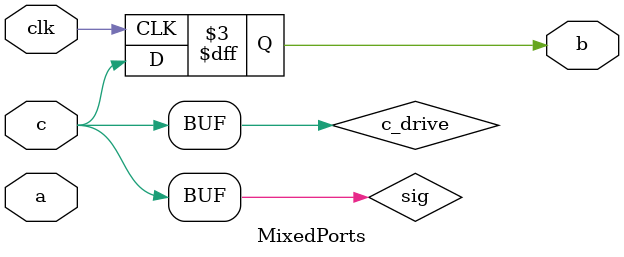
<source format=sv>
module MixedPorts(
  input  logic clk,
  input  logic a,
  output logic b,
  inout  logic c
);

  logic sig;
  logic c_drive;
  
  // Inout port bidirectional behavior
  assign c = c_drive;
  
  // Shared source signal assignment from inout driver
  assign sig = c_drive;
  
  // Same source signal driving multiple destinations
  always_ff @(posedge clk) begin
    a <= sig;
    b <= sig;
  end

endmodule
</source>
